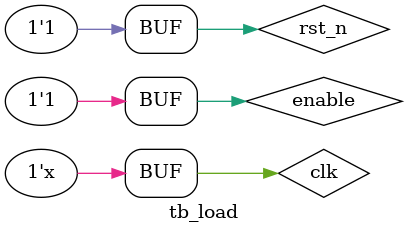
<source format=v>
`timescale 1ns / 1ps


module tb_load(

    );
reg clk;
reg enable;
reg rst_n;
wire rdy_load;
wire [31:0]  x0; 
wire [31:0]  x1; 
wire [31:0]  x2; 
wire [31:0]  x3; 
wire [31:0]  x4; 
wire [31:0]  x5; 
wire [31:0]  x6; 
wire [31:0]  x7; 
wire [31:0]  x8; 
wire [31:0]  x9; 
wire [31:0]  x10; 
wire [31:0]  x11; 
wire [31:0]  x12; 
wire [31:0]  x13; 
wire [31:0]  x14; 
wire [31:0]  x15; 

loads_data loads_data1(
.enable(enable),
.clk(clk), 
.reset_n(rst_n),
.x0(x0),
.x1(x1),
.x2(x2),
.x3(x3),
.x4(x4),
.x5(x5),
.x6(x6),
.x7(x7),
.x8(x8),
.x9(x9),
.x10(x10),
.x11(x11),
.x12(x12),
.x13(x13),
.x14(x14),
.x15(x15),
.rdy_load(rdy_load)
);
    initial clk=1;
    always#10 clk=~clk;
    initial begin
    rst_n = 1'b0;
    enable = 1'b1;
    #200;
    rst_n = 1'b1;
    end

endmodule

</source>
